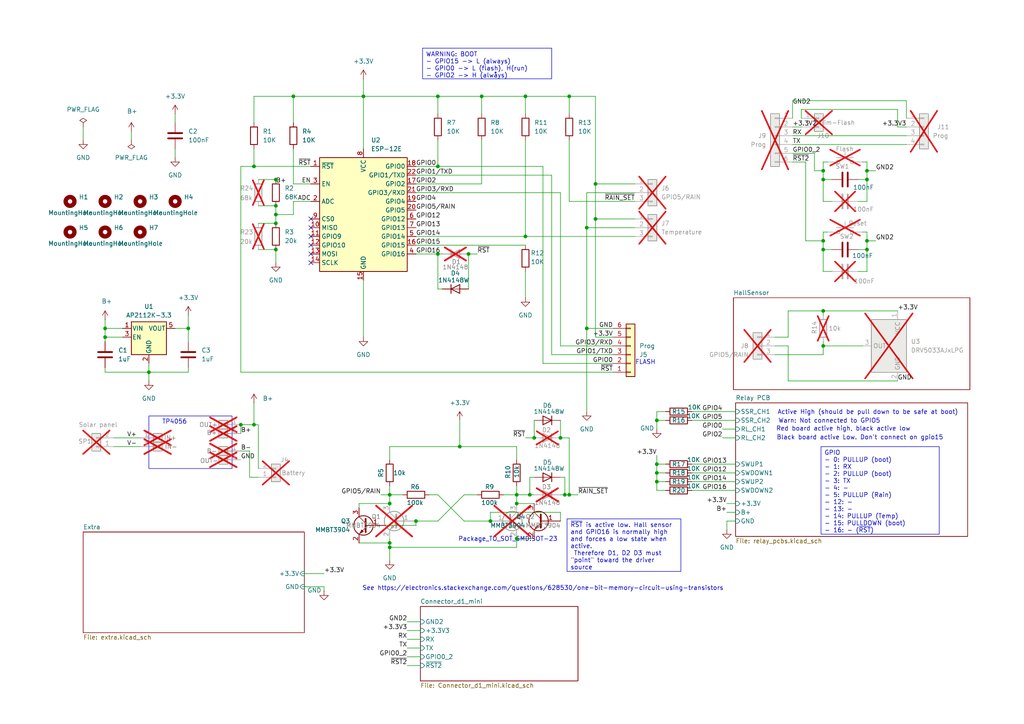
<source format=kicad_sch>
(kicad_sch (version 20231120) (generator "eeschema") (generator_version "8.0")
  (paper "A4")
  (junction (at 30.48 97.79))
  (junction (at 149.86 156.21))
  (junction (at 190.5 137.16))
  (junction (at 238.76 90.17))
  (junction (at 73.66 48.26))
  (junction (at 113.03 143.51))
  (junction (at 170.18 95.25))
  (junction (at 80.01 52.07))
  (junction (at 113.03 158.75))
  (junction (at 238.76 49.53))
  (junction (at 152.4 68.58))
  (junction (at 190.5 121.92))
  (junction (at 170.18 66.04))
  (junction (at 251.46 52.07))
  (junction (at 80.01 59.69))
  (junction (at 238.76 100.33))
  (junction (at 238.76 69.85))
  (junction (at 80.01 62.23))
  (junction (at 154.94 127))
  (junction (at 172.72 53.34))
  (junction (at 165.1 27.94))
  (junction (at 85.09 27.94))
  (junction (at 127 27.94))
  (junction (at 30.48 95.25))
  (junction (at 149.86 146.05))
  (junction (at 153.67 143.51))
  (junction (at 172.72 63.5))
  (junction (at 113.03 157.48))
  (junction (at 139.7 27.94))
  (junction (at 190.5 134.62))
  (junction (at 73.66 123.19))
  (junction (at 127 48.26))
  (junction (at 163.83 143.51))
  (junction (at 105.41 27.94))
  (junction (at 238.76 72.39))
  (junction (at 135.89 73.66))
  (junction (at 162.56 127))
  (junction (at 149.86 143.51))
  (junction (at 80.01 64.77))
  (junction (at 127 73.66))
  (junction (at 69.85 123.19))
  (junction (at 251.46 49.53))
  (junction (at 113.03 146.05))
  (junction (at 54.61 95.25))
  (junction (at 251.46 72.39))
  (junction (at 120.65 151.13))
  (junction (at 80.01 72.39))
  (junction (at 43.18 107.95))
  (junction (at 238.76 52.07))
  (junction (at 133.35 129.54))
  (junction (at 190.5 139.7))
  (junction (at 165.1 143.51))
  (junction (at 251.46 69.85))
  (junction (at 142.24 151.13))
  (junction (at 152.4 27.94))
  (no_connect (at 90.17 71.12))
  (no_connect (at 90.17 68.58))
  (no_connect (at 90.17 66.04))
  (no_connect (at 90.17 63.5))
  (no_connect (at 90.17 73.66))
  (no_connect (at 90.17 76.2))
  (wire (pts (xy 104.14 147.32) (xy 104.14 146.05)))
  (wire (pts (xy 43.18 107.95) (xy 43.18 105.41)))
  (wire (pts (xy 260.35 31.75) (xy 232.41 31.75)))
  (wire (pts (xy 152.4 27.94) (xy 152.4 33.02)))
  (wire (pts (xy 50.8 43.18) (xy 50.8 45.72)))
  (wire (pts (xy 251.46 69.85) (xy 254 69.85)))
  (wire (pts (xy 248.92 72.39) (xy 251.46 72.39)))
  (wire (pts (xy 80.01 72.39) (xy 80.01 76.2)))
  (wire (pts (xy 170.18 95.25) (xy 170.18 119.38)))
  (wire (pts (xy 228.6 97.79) (xy 228.6 90.17)))
  (wire (pts (xy 73.66 116.84) (xy 73.66 123.19)))
  (wire (pts (xy 165.1 58.42) (xy 184.15 58.42)))
  (wire (pts (xy 127 27.94) (xy 105.41 27.94)))
  (wire (pts (xy 120.65 73.66) (xy 127 73.66)))
  (wire (pts (xy 200.66 121.92) (xy 213.36 121.92)))
  (wire (pts (xy 87.63 170.18) (xy 93.98 170.18)))
  (wire (pts (xy 73.66 27.94) (xy 85.09 27.94)))
  (wire (pts (xy 153.67 143.51) (xy 154.94 143.51)))
  (wire (pts (xy 105.41 22.86) (xy 105.41 27.94)))
  (wire (pts (xy 241.3 52.07) (xy 238.76 52.07)))
  (wire (pts (xy 232.41 31.75) (xy 232.41 34.29)))
  (wire (pts (xy 190.5 134.62) (xy 190.5 137.16)))
  (wire (pts (xy 233.68 46.99) (xy 233.68 69.85)))
  (wire (pts (xy 35.56 95.25) (xy 30.48 95.25)))
  (wire (pts (xy 210.82 148.59) (xy 213.36 148.59)))
  (wire (pts (xy 120.65 68.58) (xy 152.4 68.58)))
  (wire (pts (xy 238.76 91.44) (xy 238.76 90.17)))
  (wire (pts (xy 146.05 143.51) (xy 149.86 143.51)))
  (wire (pts (xy 238.76 67.31) (xy 240.03 67.31)))
  (wire (pts (xy 149.86 140.97) (xy 149.86 143.51)))
  (wire (pts (xy 172.72 63.5) (xy 184.15 63.5)))
  (wire (pts (xy 104.14 157.48) (xy 113.03 157.48)))
  (wire (pts (xy 224.79 102.87) (xy 238.76 102.87)))
  (wire (pts (xy 120.65 71.12) (xy 152.4 71.12)))
  (wire (pts (xy 238.76 90.17) (xy 260.35 90.17)))
  (wire (pts (xy 116.84 143.51) (xy 113.03 143.51)))
  (wire (pts (xy 177.8 95.25) (xy 170.18 95.25)))
  (wire (pts (xy 33.02 127) (xy 40.64 127)))
  (wire (pts (xy 127 83.82) (xy 127 73.66)))
  (wire (pts (xy 127 40.64) (xy 127 48.26)))
  (wire (pts (xy 172.72 27.94) (xy 172.72 53.34)))
  (wire (pts (xy 30.48 99.06) (xy 30.48 97.79)))
  (wire (pts (xy 157.48 105.41) (xy 177.8 105.41)))
  (wire (pts (xy 85.09 27.94) (xy 105.41 27.94)))
  (wire (pts (xy 229.87 46.99) (xy 233.68 46.99)))
  (wire (pts (xy 200.66 134.62) (xy 213.36 134.62)))
  (wire (pts (xy 241.3 58.42) (xy 238.76 58.42)))
  (wire (pts (xy 90.17 58.42) (xy 85.09 58.42)))
  (wire (pts (xy 69.85 130.81) (xy 72.39 130.81)))
  (wire (pts (xy 162.56 143.51) (xy 163.83 143.51)))
  (wire (pts (xy 69.85 48.26) (xy 73.66 48.26)))
  (wire (pts (xy 85.09 27.94) (xy 85.09 35.56)))
  (wire (pts (xy 54.61 91.44) (xy 54.61 95.25)))
  (wire (pts (xy 190.5 139.7) (xy 193.04 139.7)))
  (wire (pts (xy 69.85 123.19) (xy 73.66 123.19)))
  (wire (pts (xy 184.15 66.04) (xy 170.18 66.04)))
  (wire (pts (xy 228.6 100.33) (xy 228.6 110.49)))
  (wire (pts (xy 120.65 152.4) (xy 120.65 151.13)))
  (wire (pts (xy 236.22 49.53) (xy 238.76 49.53)))
  (wire (pts (xy 165.1 143.51) (xy 167.64 143.51)))
  (wire (pts (xy 54.61 99.06) (xy 54.61 95.25)))
  (wire (pts (xy 85.09 58.42) (xy 85.09 62.23)))
  (wire (pts (xy 134.62 143.51) (xy 138.43 143.51)))
  (wire (pts (xy 210.82 153.67) (xy 210.82 151.13)))
  (wire (pts (xy 238.76 58.42) (xy 238.76 52.07)))
  (wire (pts (xy 80.01 62.23) (xy 80.01 64.77)))
  (wire (pts (xy 30.48 97.79) (xy 30.48 95.25)))
  (wire (pts (xy 90.17 53.34) (xy 85.09 53.34)))
  (wire (pts (xy 184.15 55.88) (xy 170.18 55.88)))
  (wire (pts (xy 43.18 110.49) (xy 43.18 107.95)))
  (wire (pts (xy 190.5 142.24) (xy 193.04 142.24)))
  (wire (pts (xy 162.56 148.59) (xy 142.24 148.59)))
  (wire (pts (xy 190.5 132.08) (xy 190.5 134.62)))
  (wire (pts (xy 241.3 78.74) (xy 238.76 78.74)))
  (wire (pts (xy 160.02 102.87) (xy 177.8 102.87)))
  (wire (pts (xy 152.4 68.58) (xy 184.15 68.58)))
  (wire (pts (xy 118.11 180.34) (xy 121.92 180.34)))
  (wire (pts (xy 80.01 59.69) (xy 80.01 62.23)))
  (wire (pts (xy 238.76 99.06) (xy 238.76 100.33)))
  (wire (pts (xy 105.41 81.28) (xy 105.41 97.79)))
  (wire (pts (xy 190.5 121.92) (xy 190.5 119.38)))
  (wire (pts (xy 120.65 55.88) (xy 162.56 55.88)))
  (wire (pts (xy 162.56 151.13) (xy 162.56 148.59)))
  (wire (pts (xy 251.46 58.42) (xy 251.46 52.07)))
  (wire (pts (xy 165.1 27.94) (xy 172.72 27.94)))
  (wire (pts (xy 72.39 138.43) (xy 74.93 138.43)))
  (wire (pts (xy 118.11 182.88) (xy 121.92 182.88)))
  (wire (pts (xy 128.27 83.82) (xy 127 83.82)))
  (wire (pts (xy 33.02 129.54) (xy 40.64 129.54)))
  (wire (pts (xy 233.68 69.85) (xy 238.76 69.85)))
  (wire (pts (xy 50.8 33.02) (xy 50.8 35.56)))
  (wire (pts (xy 118.11 187.96) (xy 121.92 187.96)))
  (wire (pts (xy 162.56 55.88) (xy 162.56 100.33)))
  (wire (pts (xy 69.85 48.26) (xy 69.85 107.95)))
  (wire (pts (xy 210.82 146.05) (xy 213.36 146.05)))
  (wire (pts (xy 163.83 143.51) (xy 165.1 143.51)))
  (wire (pts (xy 238.76 49.53) (xy 238.76 52.07)))
  (wire (pts (xy 154.94 138.43) (xy 153.67 138.43)))
  (wire (pts (xy 120.65 50.8) (xy 160.02 50.8)))
  (wire (pts (xy 238.76 100.33) (xy 250.19 100.33)))
  (wire (pts (xy 74.93 72.39) (xy 80.01 72.39)))
  (wire (pts (xy 170.18 66.04) (xy 170.18 95.25)))
  (wire (pts (xy 165.1 127) (xy 165.1 143.51)))
  (wire (pts (xy 113.03 133.35) (xy 113.03 129.54)))
  (wire (pts (xy 251.46 49.53) (xy 251.46 46.99)))
  (wire (pts (xy 139.7 27.94) (xy 139.7 33.02)))
  (wire (pts (xy 238.76 100.33) (xy 238.76 102.87)))
  (wire (pts (xy 149.86 158.75) (xy 113.03 158.75)))
  (wire (pts (xy 149.86 146.05) (xy 154.94 146.05)))
  (wire (pts (xy 127 27.94) (xy 127 33.02)))
  (wire (pts (xy 200.66 142.24) (xy 213.36 142.24)))
  (wire (pts (xy 73.66 48.26) (xy 73.66 43.18)))
  (wire (pts (xy 154.94 156.21) (xy 149.86 156.21)))
  (wire (pts (xy 105.41 27.94) (xy 105.41 43.18)))
  (wire (pts (xy 241.3 72.39) (xy 238.76 72.39)))
  (wire (pts (xy 162.56 121.92) (xy 162.56 127)))
  (wire (pts (xy 229.87 41.91) (xy 262.89 41.91)))
  (wire (pts (xy 149.86 129.54) (xy 149.86 133.35)))
  (wire (pts (xy 152.4 127) (xy 154.94 127)))
  (wire (pts (xy 170.18 66.04) (xy 170.18 55.88)))
  (wire (pts (xy 113.03 143.51) (xy 113.03 146.05)))
  (wire (pts (xy 118.11 193.04) (xy 121.92 193.04)))
  (wire (pts (xy 135.89 73.66) (xy 135.89 83.82)))
  (wire (pts (xy 172.72 53.34) (xy 184.15 53.34)))
  (wire (pts (xy 172.72 97.79) (xy 177.8 97.79)))
  (wire (pts (xy 80.01 52.07) (xy 80.01 53.34)))
  (wire (pts (xy 238.76 69.85) (xy 238.76 72.39)))
  (wire (pts (xy 190.5 119.38) (xy 193.04 119.38)))
  (wire (pts (xy 133.35 129.54) (xy 149.86 129.54)))
  (wire (pts (xy 209.55 124.46) (xy 213.36 124.46)))
  (wire (pts (xy 200.66 119.38) (xy 213.36 119.38)))
  (wire (pts (xy 110.49 143.51) (xy 113.03 143.51)))
  (wire (pts (xy 260.35 36.83) (xy 260.35 31.75)))
  (wire (pts (xy 190.5 121.92) (xy 193.04 121.92)))
  (wire (pts (xy 74.93 135.89) (xy 74.93 123.19)))
  (wire (pts (xy 113.03 158.75) (xy 113.03 162.56)))
  (wire (pts (xy 190.5 137.16) (xy 193.04 137.16)))
  (wire (pts (xy 134.62 151.13) (xy 142.24 151.13)))
  (wire (pts (xy 251.46 49.53) (xy 254 49.53)))
  (wire (pts (xy 228.6 90.17) (xy 238.76 90.17)))
  (wire (pts (xy 124.46 143.51) (xy 127 143.51)))
  (wire (pts (xy 224.79 100.33) (xy 228.6 100.33)))
  (wire (pts (xy 229.87 39.37) (xy 262.89 39.37)))
  (wire (pts (xy 38.1 38.1) (xy 38.1 40.64)))
  (wire (pts (xy 133.35 121.92) (xy 133.35 129.54)))
  (wire (pts (xy 248.92 52.07) (xy 251.46 52.07)))
  (wire (pts (xy 30.48 106.68) (xy 30.48 107.95)))
  (wire (pts (xy 152.4 40.64) (xy 152.4 68.58)))
  (wire (pts (xy 190.5 124.46) (xy 190.5 121.92)))
  (wire (pts (xy 251.46 78.74) (xy 251.46 72.39)))
  (wire (pts (xy 127 48.26) (xy 157.48 48.26)))
  (wire (pts (xy 127 151.13) (xy 134.62 143.51)))
  (wire (pts (xy 118.11 185.42) (xy 121.92 185.42)))
  (wire (pts (xy 30.48 97.79) (xy 35.56 97.79)))
  (wire (pts (xy 113.03 157.48) (xy 113.03 158.75)))
  (wire (pts (xy 87.63 166.37) (xy 93.98 166.37)))
  (wire (pts (xy 149.86 143.51) (xy 153.67 143.51)))
  (wire (pts (xy 210.82 151.13) (xy 213.36 151.13)))
  (wire (pts (xy 73.66 27.94) (xy 73.66 35.56)))
  (wire (pts (xy 238.76 78.74) (xy 238.76 72.39)))
  (wire (pts (xy 135.89 73.66) (xy 138.43 73.66)))
  (wire (pts (xy 248.92 78.74) (xy 251.46 78.74)))
  (wire (pts (xy 69.85 107.95) (xy 177.8 107.95)))
  (wire (pts (xy 224.79 97.79) (xy 228.6 97.79)))
  (wire (pts (xy 118.11 190.5) (xy 121.92 190.5)))
  (wire (pts (xy 251.46 69.85) (xy 251.46 67.31)))
  (wire (pts (xy 93.98 170.18) (xy 93.98 171.45)))
  (wire (pts (xy 172.72 53.34) (xy 172.72 63.5)))
  (wire (pts (xy 165.1 33.02) (xy 165.1 27.94)))
  (wire (pts (xy 228.6 110.49) (xy 260.35 110.49)))
  (wire (pts (xy 238.76 67.31) (xy 238.76 69.85)))
  (wire (pts (xy 127 143.51) (xy 134.62 151.13)))
  (wire (pts (xy 160.02 50.8) (xy 160.02 102.87)))
  (wire (pts (xy 251.46 46.99) (xy 250.19 46.99)))
  (wire (pts (xy 127 27.94) (xy 139.7 27.94)))
  (wire (pts (xy 139.7 53.34) (xy 139.7 40.64)))
  (wire (pts (xy 113.03 140.97) (xy 113.03 143.51)))
  (wire (pts (xy 30.48 107.95) (xy 43.18 107.95)))
  (wire (pts (xy 260.35 36.83) (xy 262.89 36.83)))
  (wire (pts (xy 229.87 29.21) (xy 262.89 29.21)))
  (wire (pts (xy 127 73.66) (xy 128.27 73.66)))
  (wire (pts (xy 157.48 105.41) (xy 157.48 48.26)))
  (wire (pts (xy 152.4 78.74) (xy 152.4 86.36)))
  (wire (pts (xy 190.5 137.16) (xy 190.5 139.7)))
  (wire (pts (xy 251.46 52.07) (xy 251.46 49.53)))
  (wire (pts (xy 74.93 64.77) (xy 80.01 64.77)))
  (wire (pts (xy 72.39 130.81) (xy 72.39 138.43)))
  (wire (pts (xy 152.4 27.94) (xy 165.1 27.94)))
  (wire (pts (xy 165.1 40.64) (xy 165.1 58.42)))
  (wire (pts (xy 153.67 138.43) (xy 153.67 143.51)))
  (wire (pts (xy 30.48 95.25) (xy 30.48 92.71)))
  (wire (pts (xy 200.66 137.16) (xy 213.36 137.16)))
  (wire (pts (xy 209.55 127) (xy 213.36 127)))
  (wire (pts (xy 113.03 129.54) (xy 133.35 129.54)))
  (wire (pts (xy 162.56 127) (xy 165.1 127)))
  (wire (pts (xy 111.76 152.4) (xy 120.65 152.4)))
  (wire (pts (xy 162.56 138.43) (xy 163.83 138.43)))
  (wire (pts (xy 162.56 100.33) (xy 177.8 100.33)))
  (wire (pts (xy 238.76 46.99) (xy 238.76 49.53)))
  (wire (pts (xy 120.65 53.34) (xy 139.7 53.34)))
  (wire (pts (xy 113.03 156.21) (xy 113.03 157.48)))
  (wire (pts (xy 229.87 44.45) (xy 236.22 44.45)))
  (wire (pts (xy 190.5 134.62) (xy 193.04 134.62)))
  (wire (pts (xy 248.92 58.42) (xy 251.46 58.42)))
  (wire (pts (xy 73.66 48.26) (xy 90.17 48.26)))
  (wire (pts (xy 163.83 138.43) (xy 163.83 143.51)))
  (wire (pts (xy 43.18 107.95) (xy 54.61 107.95)))
  (wire (pts (xy 54.61 106.68) (xy 54.61 107.95)))
  (wire (pts (xy 104.14 146.05) (xy 113.03 146.05)))
  (wire (pts (xy 250.19 67.31) (xy 251.46 67.31)))
  (wire (pts (xy 120.65 48.26) (xy 127 48.26)))
  (wire (pts (xy 74.93 52.07) (xy 80.01 52.07)))
  (wire (pts (xy 172.72 63.5) (xy 172.72 97.79)))
  (wire (pts (xy 238.76 46.99) (xy 240.03 46.99)))
  (wire (pts (xy 200.66 139.7) (xy 213.36 139.7)))
  (wire (pts (xy 262.89 29.21) (xy 262.89 34.29)))
  (wire (pts (xy 74.93 59.69) (xy 80.01 59.69)))
  (wire (pts (xy 24.13 36.83) (xy 24.13 40.64)))
  (wire (pts (xy 139.7 27.94) (xy 152.4 27.94)))
  (wire (pts (xy 85.09 62.23) (xy 80.01 62.23)))
  (wire (pts (xy 120.65 151.13) (xy 127 151.13)))
  (wire (pts (xy 154.94 121.92) (xy 154.94 127)))
  (wire (pts (xy 142.24 148.59) (xy 142.24 151.13)))
  (wire (pts (xy 50.8 95.25) (xy 54.61 95.25)))
  (wire (pts (xy 229.87 29.21) (xy 229.87 34.29)))
  (wire (pts (xy 229.87 36.83) (xy 232.41 36.83)))
  (wire (pts (xy 69.85 123.19) (xy 69.85 125.73)))
  (wire (pts (xy 149.86 143.51) (xy 149.86 146.05)))
  (wire (pts (xy 251.46 72.39) (xy 251.46 69.85)))
  (wire (pts (xy 236.22 44.45) (xy 236.22 49.53)))
  (wire (pts (xy 149.86 156.21) (xy 149.86 158.75)))
  (wire (pts (xy 74.93 123.19) (xy 73.66 123.19)))
  (wire (pts (xy 190.5 139.7) (xy 190.5 142.24)))
  (wire (pts (xy 85.09 53.34) (xy 85.09 43.18)))
  (rectangle (start 43.18 120.65) (end 67.31 135.89))
  (text_box "WARNING: BOOT\n- GPIO15 -> L (always)\n- GPIO0 -> L (flash), H(run)\n- GPIO2 -> H (alwåys)" (at 122.555 13.97 0) (size 37.465 8.89) (effects (font (size 1.27 1.27)) (justify left top)))
  (text_box "GPIO\n- 0: PULLUP (boot)\n- 1: RX\n- 2: PULLUP (boot)\n- 3: TX\n- 4: -\n- 5: PULLUP (Rain)\n- 12: -\n- 13: -\n- 14: PULLUP (Temp)\n- 15: PULLDOWN (boot)\n- 16: - (~{RST})" (at 238.125 129.54 0) (size 34.29 25.4) (effects (font (size 1.27 1.27)) (justify left top)))
  (text_box "~{RST} is active low. Hall sensor and GPIO16 is normally high and forces a low state when active.\n Therefore D1, D2 D3 must \"point\" toward the driver source" (at 164.465 150.495 0) (size 33.02 15.24) (effects (font (size 1.27 1.27)) (justify left top)))
  (text "Active High (should be pull down to be safe at boot)" (at 251.714 119.634 0) (effects (font (size 1.27 1.27))))
  (text "Package_TO_SOT_SMD:SOT-23" (at 147.32 156.464 0) (effects (font (size 1.27 1.27))))
  (text "Red board active high, black active low" (at 244.602 124.46 0) (effects (font (size 1.27 1.27))))
  (text "Black board active Low. Don't connect on gpio15" (at 249.428 127 0) (effects (font (size 1.27 1.27))))
  (text "FLASH" (at 187.198 105.156 0) (effects (font (size 1.27 1.27))))
  (text "See https://electronics.stackexchange.com/questions/628530/one-bit-memory-circuit-using-transistors" (at 157.48 170.688 0) (effects (font (size 1.27 1.27))))
  (text "TP4056" (at 46.99 123.19 0) (effects (font (size 1.27 1.27)) (justify left bottom)))
  (text "Warn: Not connected to GPIO5" (at 240.538 122.174 0) (effects (font (size 1.27 1.27))))
  (label "GPIO13" (at 210.82 134.62 180))
  (label "+3.3V3" (at 118.11 182.88 180))
  (label "~{RAIN_SET}" (at 167.64 143.51 0))
  (label "TX" (at 229.87 41.91 0))
  (label "~{RAIN_SET}" (at 184.15 58.42 180))
  (label "~{RST}" (at 152.4 127 180))
  (label "GPIO3{slash}RXD" (at 120.65 55.88 0))
  (label "GPIO3{slash}RXD" (at 177.8 100.33 180))
  (label "TX" (at 118.11 187.96 180))
  (label "GPIO15" (at 120.65 71.12 0))
  (label "B+" (at 69.85 125.73 0))
  (label "+3.3V" (at 177.8 97.79 180))
  (label "GPIO5{slash}RAIN" (at 120.65 60.96 0))
  (label "ADC" (at 90.17 58.42 180))
  (label "+3.3V" (at 210.82 146.05 180))
  (label "GPIO0" (at 120.65 48.26 0))
  (label "GND2" (at 118.11 180.34 180))
  (label "GPIO14" (at 210.82 139.7 180))
  (label "GPIO0_2" (at 229.87 44.45 0))
  (label "GPIO4" (at 120.65 58.42 0))
  (label "GPIO13" (at 120.65 66.04 0))
  (label "V+" (at 36.83 127 0))
  (label "GPIO5{slash}RAIN" (at 110.49 143.51 180))
  (label "+3.3V" (at 260.35 90.17 0))
  (label "GND" (at 260.35 110.49 0))
  (label "GPIO2" (at 209.55 127 180))
  (label "~{RST}" (at 138.43 73.66 0))
  (label "GPIO12" (at 210.82 137.16 180))
  (label "B-" (at 69.85 130.81 0))
  (label "~{RST2}" (at 229.87 46.99 0))
  (label "GPIO1{slash}TXD" (at 177.8 102.87 180))
  (label "GPIO12" (at 120.65 63.5 0))
  (label "RX" (at 118.11 185.42 180))
  (label "GPIO16" (at 210.82 142.24 180))
  (label "GND" (at 69.85 133.35 0))
  (label "GPIO2" (at 120.65 53.34 0))
  (label "GND2" (at 254 49.53 0))
  (label "~{RST2}" (at 118.11 193.04 180))
  (label "GPIO4" (at 209.55 119.38 180))
  (label "+3.3V" (at 93.98 166.37 0))
  (label "RX" (at 229.87 39.37 0))
  (label "GPIO0" (at 209.55 124.46 180))
  (label "GPIO14" (at 120.65 68.58 0))
  (label "GND2" (at 254 69.85 0))
  (label "+3.3V3" (at 262.89 36.83 180))
  (label "GND2" (at 229.87 30.48 0))
  (label "+3.3V2" (at 229.87 36.83 0))
  (label "GPIO0_2" (at 118.11 190.5 180))
  (label "V-" (at 36.83 129.54 0))
  (label "~{RST}" (at 90.17 48.26 180))
  (label "GPIO1{slash}TXD" (at 120.65 50.8 0))
  (label "B+" (at 80.01 53.34 0))
  (label "GND" (at 177.8 95.25 180))
  (label "GPIO5" (at 209.55 121.92 180))
  (label "GPIO16" (at 120.65 73.66 0))
  (label "B+" (at 210.82 148.59 180))
  (label "~{RST}" (at 177.8 107.95 180))
  (label "GPIO0" (at 177.8 105.41 180))
  (label "+3.3V" (at 190.5 132.08 180))
  (label "EN" (at 90.17 53.34 180))
  (symbol (lib_name "GND_3") (lib_id "power:GND") (at 170.18 119.38 0) (unit 1)
    (property "Reference" "#PWR15" (effects (hide yes)))
    (property "Value" "GND" (at 170.18 124.46 0))
    (property "Description" "Power symbol creates a global label with name \"GND\" , ground" (effects (hide yes)))
  )
  (symbol (lib_id "Transistor_BJT:MMBT3904") (at 157.48 151.13 0) (mirror y) (unit 1)
    (property "Reference" "Q4" (at 152.4 149.8599 0) (effects (justify left)))
    (property "Value" "MMBT3904" (at 152.4 152.3999 0) (effects (justify left)))
    (property "Footprint" "Package_TO_SOT_SMD:SOT-23_Handsoldering" (effects (hide yes)))
    (property "Datasheet" "https://www.onsemi.com/pdf/datasheet/pzt3904-d.pdf" (effects (hide yes)))
    (property "Description" "0.2A Ic, 40V Vce, Small Signal NPN Transistor, SOT-23" (effects (hide yes)))
  )
  (symbol (lib_id "Device:R") (at 196.85 121.92 90) (unit 1)
    (property "Reference" "R16" (at 196.85 121.92 90))
    (property "Value" "10K" (at 201.168 120.65 90))
    (property "Footprint" "Resistor_SMD:R_1206_3216Metric_Pad1.30x1.75mm_HandSolder" (effects (hide yes)))
  )
  (symbol (lib_id "Diode:1N4148W") (at 132.08 83.82 0) (unit 1)
    (property "Reference" "D4" (at 132.08 79.248 0))
    (property "Value" "1N4148W" (at 131.572 81.28 0))
    (property "Footprint" "Diode_SMD:D_SOD-123" (effects (hide yes)))
    (property "Datasheet" "https://www.vishay.com/docs/85748/1n4148w.pdf" (effects (hide yes)))
    (property "Description" "75V 0.15A Fast Switching Diode, SOD-123" (effects (hide yes)))
    (property "Sim.Device" "D" (effects (hide yes)))
    (property "Sim.Pins" "1=K 2=A" (effects (hide yes)))
  )
  (symbol (lib_name "GND_2") (lib_id "power:GND") (at 105.41 97.79 0) (unit 1)
    (property "Reference" "#PWR11" (effects (hide yes)))
    (property "Value" "GND" (at 105.41 102.87 0))
    (property "Description" "Power symbol creates a global label with name \"GND\" , ground" (effects (hide yes)))
  )
  (symbol (lib_id "Connector_Generic:Conn_01x03") (at 189.23 66.04 0) (unit 1) (in_bom no) (dnp yes)
    (property "Reference" "J7" (at 191.77 64.77 0) (effects (justify left)))
    (property "Value" "Temperature" (at 191.77 67.31 0) (effects (justify left)))
    (property "Footprint" "Connector_PinSocket_2.54mm:PinSocket_1x03_P2.54mm_Vertical" (effects (hide yes)))
  )
  (symbol (lib_id "Diode:1N4148") (at 158.75 143.51 180) (unit 1) (dnp yes)
    (property "Reference" "D3" (at 158.496 141.224 0))
    (property "Value" "1N4148" (at 158.75 145.796 0))
    (property "Footprint" "Diode_THT:D_DO-35_SOD27_P7.62mm_Horizontal" (effects (hide yes)))
    (property "Datasheet" "https://assets.nexperia.com/documents/data-sheet/1N4148_1N4448.pdf" (effects (hide yes)))
    (property "Description" "100V 0.15A standard switching diode, DO-35" (effects (hide yes)))
    (property "Sim.Device" "D" (effects (hide yes)))
    (property "Sim.Pins" "1=K 2=A" (effects (hide yes)))
  )
  (symbol (lib_id "Diode:1N4148W") (at 158.75 121.92 180) (unit 1)
    (property "Reference" "D6" (at 158.75 117.602 0))
    (property "Value" "1N4148W" (at 159.258 119.38 0))
    (property "Footprint" "Diode_SMD:D_SOD-123" (effects (hide yes)))
    (property "Datasheet" "https://www.vishay.com/docs/85748/1n4148w.pdf" (effects (hide yes)))
    (property "Description" "75V 0.15A Fast Switching Diode, SOD-123" (effects (hide yes)))
    (property "Sim.Device" "D" (effects (hide yes)))
    (property "Sim.Pins" "1=K 2=A" (effects (hide yes)))
  )
  (symbol (lib_id "Connector_Generic:Conn_01x01") (at 64.77 133.35 180) (unit 1) (dnp yes)
    (property "Reference" "J74" (effects (hide yes)))
    (property "Value" "OUT-" (at 60.706 133.604 0))
    (property "Footprint" "Connector_PinSocket_2.54mm:PinSocket_1x01_P2.54mm_Vertical" (effects (hide yes)))
    (property "Description" "Generic connector, single row, 01x01, script generated (kicad-library-utils/schlib/autogen/connector/)" (effects (hide yes)))
  )
  (symbol (lib_name "GND_3") (lib_id "power:GND") (at 190.5 124.46 0) (unit 1)
    (property "Reference" "#PWR17" (effects (hide yes)))
    (property "Value" "GND" (at 187.706 124.206 0))
    (property "Description" "Power symbol creates a global label with name \"GND\" , ground" (effects (hide yes)))
  )
  (symbol (lib_id "Diode:1N4148W") (at 158.75 138.43 180) (unit 1)
    (property "Reference" "D5" (at 158.75 134.112 0))
    (property "Value" "1N4148W" (at 159.258 135.89 0))
    (property "Footprint" "Diode_SMD:D_SOD-123" (effects (hide yes)))
    (property "Datasheet" "https://www.vishay.com/docs/85748/1n4148w.pdf" (effects (hide yes)))
    (property "Description" "75V 0.15A Fast Switching Diode, SOD-123" (effects (hide yes)))
    (property "Sim.Device" "D" (effects (hide yes)))
    (property "Sim.Pins" "1=K 2=A" (effects (hide yes)))
  )
  (symbol (lib_name "GND_3") (lib_id "power:GND") (at 50.8 45.72 0) (unit 1)
    (property "Reference" "#PWR6" (effects (hide yes)))
    (property "Value" "GND" (at 50.8 50.8 0))
    (property "Description" "Power symbol creates a global label with name \"GND\" , ground" (effects (hide yes)))
  )
  (symbol (lib_name "+4V_1") (lib_id "power:+4V") (at 73.66 116.84 0) (unit 1)
    (property "Reference" "#PWR8" (effects (hide yes)))
    (property "Value" "B+" (at 76.2 115.5699 0) (effects (justify left)))
    (property "Description" "Power symbol creates a global label with name \"+4V\"" (effects (hide yes)))
  )
  (symbol (lib_id "Device:C") (at 245.11 78.74 270) (unit 1) (dnp yes)
    (property "Reference" "C9" (effects (hide yes)))
    (property "Value" "100nF" (at 247.65 81.534 90) (effects (justify left)))
    (property "Footprint" "Capacitor_THT:C_Disc_D9.0mm_W2.5mm_P5.00mm" (effects (hide yes)))
  )
  (symbol (lib_name "+4V_1") (lib_id "power:+4V") (at 30.48 92.71 0) (unit 1)
    (property "Reference" "#PWR2" (effects (hide yes)))
    (property "Value" "B+" (at 29.464 87.376 0) (effects (justify left)))
    (property "Description" "Power symbol creates a global label with name \"+4V\"" (effects (hide yes)))
  )
  (symbol (lib_name "+4V_1") (lib_id "power:+4V") (at 38.1 38.1 0) (unit 1)
    (property "Reference" "#PWR3" (effects (hide yes)))
    (property "Value" "B+" (at 36.83 32.258 0) (effects (justify left)))
    (property "Description" "Power symbol creates a global label with name \"+4V\"" (effects (hide yes)))
  )
  (symbol (lib_name "GND_3") (lib_id "power:GND") (at 210.82 153.67 0) (unit 1)
    (property "Reference" "#PWR16" (effects (hide yes)))
    (property "Value" "GND" (at 210.82 158.75 0))
    (property "Description" "Power symbol creates a global label with name \"GND\" , ground" (effects (hide yes)))
  )
  (symbol (lib_id "Device:C") (at 245.11 58.42 270) (unit 1) (dnp yes)
    (property "Reference" "C8" (effects (hide yes)))
    (property "Value" "100nF" (at 247.396 60.706 90) (effects (justify left)))
    (property "Footprint" "Capacitor_THT:C_Disc_D9.0mm_W2.5mm_P5.00mm" (effects (hide yes)))
  )
  (symbol (lib_id "Device:R") (at 120.65 143.51 90) (unit 1)
    (property "Reference" "R6" (at 120.396 141.224 90))
    (property "Value" "100k" (at 120.396 145.796 90))
    (property "Footprint" "Resistor_SMD:R_1206_3216Metric_Pad1.30x1.75mm_HandSolder" (effects (hide yes)))
    (property "Description" "Resistor" (effects (hide yes)))
  )
  (symbol (lib_name "PWR_FLAG_1") (lib_id "power:PWR_FLAG") (at 24.13 36.83 0) (unit 1)
    (property "Reference" "#FLG1" (effects (hide yes)))
    (property "Value" "PWR_FLAG" (at 24.13 31.75 0))
    (property "Description" "Special symbol for telling ERC where power comes from" (effects (hide yes)))
  )
  (symbol (lib_id "Connector_Generic:Conn_01x01") (at 64.77 130.81 180) (unit 1) (dnp yes)
    (property "Reference" "J3" (effects (hide yes)))
    (property "Value" "B-" (at 61.468 130.81 0))
    (property "Footprint" "Connector_PinSocket_2.54mm:PinSocket_1x01_P2.54mm_Vertical" (effects (hide yes)))
    (property "Description" "Generic connector, single row, 01x01, script generated (kicad-library-utils/schlib/autogen/connector/)" (effects (hide yes)))
  )
  (symbol (lib_id "Device:R") (at 152.4 36.83 0) (unit 1) (on_board no)
    (property "Reference" "R11" (at 154.94 35.5599 0) (effects (justify left)))
    (property "Value" "10K" (at 154.94 38.0999 0) (effects (justify left)))
    (property "Footprint" "Resistor_THT:R_Axial_DIN0204_L3.6mm_D1.6mm_P7.62mm_Horizontal" (effects (hide yes)))
  )
  (symbol (lib_id "Mechanical:MountingHole") (at 40.64 67.31 0) (unit 1) (exclude_from_sim yes) (in_bom no)
    (property "Reference" "H7" (at 43.18 66.0399 0) (effects (justify left)))
    (property "Value" "MountingHole" (at 34.29 70.612 0) (effects (justify left)))
    (property "Footprint" "MountingHole:MountingHole_2.2mm_M2" (effects (hide yes)))
    (property "Description" "Mounting Hole without connection" (effects (hide yes)))
  )
  (symbol (lib_id "Mechanical:MountingHole") (at 30.48 58.42 0) (unit 1) (exclude_from_sim yes) (in_bom no)
    (property "Reference" "H2" (at 33.02 57.1499 0) (effects (justify left)))
    (property "Value" "MountingHole" (at 24.13 61.722 0) (effects (justify left)))
    (property "Footprint" "MountingHole:MountingHole_2.2mm_M2" (effects (hide yes)))
    (property "Description" "Mounting Hole without connection" (effects (hide yes)))
  )
  (symbol (lib_id "Connector_Generic:Conn_01x01") (at 64.77 123.19 180) (unit 1) (dnp yes)
    (property "Reference" "J75" (effects (hide yes)))
    (property "Value" "OUT+" (at 60.452 123.19 0))
    (property "Footprint" "Connector_PinSocket_2.54mm:PinSocket_1x01_P2.54mm_Vertical" (effects (hide yes)))
    (property "Description" "Generic connector, single row, 01x01, script generated (kicad-library-utils/schlib/autogen/connector/)" (effects (hide yes)))
  )
  (symbol (lib_id "Device:R") (at 73.66 39.37 0) (unit 1)
    (property "Reference" "R1" (at 76.2 38.0999 0) (effects (justify left)))
    (property "Value" "10K" (at 76.2 40.6399 0) (effects (justify left)))
    (property "Footprint" "Resistor_SMD:R_1206_3216Metric_Pad1.30x1.75mm_HandSolder" (effects (hide yes)))
  )
  (symbol (lib_id "Device:R") (at 238.76 95.25 0) (unit 1) (on_board no) (dnp yes)
    (property "Reference" "R14" (at 236.22 94.996 90))
    (property "Value" "10k" (at 240.284 95.25 0) (effects (justify left)))
    (property "Description" "Resistor" (effects (hide yes)))
  )
  (symbol (lib_id "Transistor_BJT:MMBT3904") (at 106.68 152.4 0) (mirror y) (unit 1)
    (property "Reference" "Q3" (at 101.6 151.1299 0) (effects (justify left)))
    (property "Value" "MMBT3904" (at 101.6 153.6699 0) (effects (justify left)))
    (property "Footprint" "Package_TO_SOT_SMD:SOT-23_Handsoldering" (effects (hide yes)))
    (property "Datasheet" "https://www.onsemi.com/pdf/datasheet/pzt3904-d.pdf" (effects (hide yes)))
    (property "Description" "0.2A Ic, 40V Vce, Small Signal NPN Transistor, SOT-23" (effects (hide yes)))
  )
  (symbol (lib_id "Mechanical:MountingHole") (at 20.32 67.31 0) (unit 1) (exclude_from_sim yes) (in_bom no)
    (property "Reference" "H5" (at 22.86 66.0399 0) (effects (justify left)))
    (property "Value" "MountingHole" (at 13.97 70.612 0) (effects (justify left)))
    (property "Footprint" "MountingHole:MountingHole_2.2mm_M2" (effects (hide yes)))
    (property "Description" "Mounting Hole without connection" (effects (hide yes)))
  )
  (symbol (lib_id "Device:R") (at 74.93 55.88 0) (unit 1) (dnp yes)
    (property "Reference" "R24" (at 69.596 54.61 0) (effects (justify left)))
    (property "Value" "68k" (at 69.596 57.404 0) (effects (justify left)))
    (property "Footprint" "Resistor_THT:R_Axial_DIN0204_L3.6mm_D1.6mm_P7.62mm_Horizontal" (effects (hide yes)))
  )
  (symbol (lib_id "Switch:SW_Push") (at 245.11 67.31 0) (unit 1) (dnp yes)
    (property "Reference" "SW2" (at 247.65 68.58 0) (effects (justify right)))
    (property "Value" "Reset" (at 251.46 64.77 0) (effects (justify right)))
    (property "Footprint" "Button_Switch_THT:SW_PUSH_6mm_H4.3mm" (effects (hide yes)))
  )
  (symbol (lib_id "Connector_Generic:Conn_01x01") (at 45.72 127 0) (unit 1) (in_bom no) (dnp yes)
    (property "Reference" "SP2" (effects (hide yes)))
    (property "Value" "IN+" (at 47.498 127 0) (effects (justify left)))
    (property "Footprint" "Connector_PinSocket_2.54mm:PinSocket_1x01_P2.54mm_Vertical" (effects (hide yes)))
  )
  (symbol (lib_name "GND_3") (lib_id "power:GND") (at 24.13 40.64 0) (unit 1)
    (property "Reference" "#PWR1" (effects (hide yes)))
    (property "Value" "GND" (at 24.13 45.72 0))
    (property "Description" "Power symbol creates a global label with name \"GND\" , ground" (effects (hide yes)))
  )
  (symbol (lib_name "PWR_FLAG_1") (lib_id "power:PWR_FLAG") (at 38.1 40.64 180) (unit 1)
    (property "Reference" "#FLG2" (effects (hide yes)))
    (property "Value" "PWR_FLAG" (at 38.1 45.72 0))
    (property "Description" "Special symbol for telling ERC where power comes from" (effects (hide yes)))
  )
  (symbol (lib_id "Device:R") (at 196.85 119.38 90) (unit 1)
    (property "Reference" "R15" (at 196.85 119.38 90))
    (property "Value" "10K" (at 201.422 118.11 90))
    (property "Footprint" "Resistor_SMD:R_1206_3216Metric_Pad1.30x1.75mm_HandSolder" (effects (hide yes)))
  )
  (symbol (lib_id "Mechanical:MountingHole") (at 30.48 67.31 0) (unit 1) (exclude_from_sim yes) (in_bom no)
    (property "Reference" "H6" (at 33.02 66.0399 0) (effects (justify left)))
    (property "Value" "MountingHole" (at 24.13 70.612 0) (effects (justify left)))
    (property "Footprint" "MountingHole:MountingHole_2.2mm_M2" (effects (hide yes)))
    (property "Description" "Mounting Hole without connection" (effects (hide yes)))
  )
  (symbol (lib_id "Transistor_BJT:MMBT3904") (at 147.32 151.13 0) (unit 1) (dnp yes)
    (property "Reference" "Q2" (at 152.4 149.8599 0) (effects (justify left)))
    (property "Value" "MMBT3904" (at 152.4 152.3999 0) (effects (justify left)))
    (property "Footprint" "Package_TO_SOT_THT:TO-92" (effects (hide yes)))
    (property "Datasheet" "https://www.onsemi.com/pdf/datasheet/pzt3904-d.pdf" (effects (hide yes)))
    (property "Description" "0.2A Ic, 40V Vce, Small Signal NPN Transistor, SOT-23" (effects (hide yes)))
  )
  (symbol (lib_name "+3.3V_1") (lib_id "power:+3.3V") (at 133.35 121.92 0) (unit 1)
    (property "Reference" "#PWR13" (effects (hide yes)))
    (property "Value" "+3.3V" (at 133.35 116.84 0))
    (property "Description" "Power symbol creates a global label with name \"+3.3V\"" (effects (hide yes)))
  )
  (symbol (lib_id "Device:R") (at 165.1 36.83 0) (unit 1)
    (property "Reference" "R13" (at 167.64 35.5599 0) (effects (justify left)))
    (property "Value" "10K" (at 167.64 38.0999 0) (effects (justify left)))
    (property "Footprint" "Resistor_SMD:R_1206_3216Metric_Pad1.30x1.75mm_HandSolder" (effects (hide yes)))
  )
  (symbol (lib_id "Device:R") (at 113.03 137.16 0) (unit 1)
    (property "Reference" "R5" (at 110.49 137.16 90))
    (property "Value" "10k" (at 114.046 137.16 0) (effects (justify left)))
    (property "Footprint" "Resistor_SMD:R_1206_3216Metric_Pad1.30x1.75mm_HandSolder" (effects (hide yes)))
    (property "Description" "Resistor" (effects (hide yes)))
  )
  (symbol (lib_id "Diode:1N4148") (at 158.75 127 180) (unit 1) (dnp yes)
    (property "Reference" "D2" (at 158.496 124.714 0))
    (property "Value" "1N4148" (at 158.75 129.286 0))
    (property "Footprint" "Diode_THT:D_DO-35_SOD27_P7.62mm_Horizontal" (effects (hide yes)))
    (property "Datasheet" "https://assets.nexperia.com/documents/data-sheet/1N4148_1N4448.pdf" (effects (hide yes)))
    (property "Description" "100V 0.15A standard switching diode, DO-35" (effects (hide yes)))
    (property "Sim.Device" "D" (effects (hide yes)))
    (property "Sim.Pins" "1=K 2=A" (effects (hide yes)))
  )
  (symbol (lib_id "Connector_Generic:Conn_01x01") (at 64.77 125.73 180) (unit 1) (dnp yes)
    (property "Reference" "J2" (effects (hide yes)))
    (property "Value" "B+" (at 61.468 125.476 0))
    (property "Footprint" "Connector_PinSocket_2.54mm:PinSocket_1x01_P2.54mm_Vertical" (effects (hide yes)))
    (property "Description" "Generic connector, single row, 01x01, script generated (kicad-library-utils/schlib/autogen/connector/)" (effects (hide yes)))
  )
  (symbol (lib_id "Mechanical:MountingHole") (at 40.64 58.42 0) (unit 1) (exclude_from_sim yes) (in_bom no)
    (property "Reference" "H3" (at 43.18 57.1499 0) (effects (justify left)))
    (property "Value" "MountingHole" (at 34.29 61.722 0) (effects (justify left)))
    (property "Footprint" "MountingHole:MountingHole_2.2mm_M2" (effects (hide yes)))
    (property "Description" "Mounting Hole without connection" (effects (hide yes)))
  )
  (symbol (lib_id "RF_Module:ESP-12E") (at 105.41 63.5 0) (unit 1) (in_bom no)
    (property "Reference" "U2" (at 107.6041 40.64 0) (effects (justify left)))
    (property "Value" "ESP-12E" (at 107.6041 43.18 0) (effects (justify left)))
    (property "Footprint" "RF_Module:ESP-12E" (effects (hide yes)))
    (property "Datasheet" "http://wiki.ai-thinker.com/_media/esp8266/esp8266_series_modules_user_manual_v1.1.pdf" (effects (hide yes)))
    (property "Description" "802.11 b/g/n Wi-Fi Module" (effects (hide yes)))
  )
  (symbol (lib_id "Device:R") (at 196.85 139.7 90) (unit 1)
    (property "Reference" "R19" (at 196.85 139.7 90))
    (property "Value" "10K" (at 201.168 138.43 90))
    (property "Footprint" "Resistor_SMD:R_1206_3216Metric_Pad1.30x1.75mm_HandSolder" (effects (hide yes)))
  )
  (symbol (lib_id "Device:R") (at 74.93 68.58 0) (unit 1) (dnp yes)
    (property "Reference" "R23" (at 69.596 67.31 0) (effects (justify left)))
    (property "Value" "20k" (at 69.596 70.104 0) (effects (justify left)))
    (property "Footprint" "Resistor_THT:R_Axial_DIN0204_L3.6mm_D1.6mm_P7.62mm_Horizontal" (effects (hide yes)))
  )
  (symbol (lib_name "GND_3") (lib_id "power:GND") (at 43.18 110.49 0) (unit 1)
    (property "Reference" "#PWR4" (effects (hide yes)))
    (property "Value" "GND" (at 43.18 115.57 0))
    (property "Description" "Power symbol creates a global label with name \"GND\" , ground" (effects (hide yes)))
  )
  (symbol (lib_id "Connector_Generic:Conn_01x02") (at 80.01 138.43 0) (mirror x) (unit 1) (in_bom no) (dnp yes)
    (property "Reference" "J4" (at 82.55 133.35 0))
    (property "Value" "Battery" (at 85.09 137.16 0))
    (property "Footprint" "Connector_PinSocket_2.54mm:PinSocket_1x02_P2.54mm_Vertical" (effects (hide yes)))
  )
  (symbol (lib_id "Switch:SW_Push") (at 245.11 46.99 0) (unit 1) (dnp yes)
    (property "Reference" "SW1" (at 246.38 48.26 0) (effects (justify right)))
    (property "Value" "Flash" (at 247.65 43.18 0) (effects (justify right)))
    (property "Footprint" "Button_Switch_THT:SW_PUSH_6mm_H4.3mm" (effects (hide yes)))
  )
  (symbol (lib_id "Transistor_BJT:MMBT3904") (at 115.57 151.13 0) (mirror y) (unit 1) (dnp yes)
    (property "Reference" "Q1" (at 110.49 149.8599 0) (effects (justify left)))
    (property "Value" "MMBT3904" (at 110.49 152.3999 0) (effects (justify left)))
    (property "Footprint" "Package_TO_SOT_THT:TO-92" (effects (hide yes)))
    (property "Datasheet" "https://www.onsemi.com/pdf/datasheet/pzt3904-d.pdf" (effects (hide yes)))
    (property "Description" "0.2A Ic, 40V Vce, Small Signal NPN Transistor, SOT-23" (effects (hide yes)))
  )
  (symbol (lib_id "Diode:1N4148") (at 132.08 73.66 0) (unit 1) (dnp yes)
    (property "Reference" "D1" (at 132.334 75.946 0))
    (property "Value" "1N4148" (at 132.08 77.47 0))
    (property "Footprint" "Diode_THT:D_DO-35_SOD27_P7.62mm_Horizontal" (effects (hide yes)))
    (property "Datasheet" "https://assets.nexperia.com/documents/data-sheet/1N4148_1N4448.pdf" (effects (hide yes)))
    (property "Description" "100V 0.15A standard switching diode, DO-35" (effects (hide yes)))
    (property "Sim.Device" "D" (effects (hide yes)))
    (property "Sim.Pins" "1=K 2=A" (effects (hide yes)))
  )
  (symbol (lib_id "Device:C") (at 30.48 102.87 0) (unit 1)
    (property "Reference" "C1" (at 34.29 101.6 0) (effects (justify left)))
    (property "Value" "1uF" (at 34.29 104.14 0) (effects (justify left)))
    (property "Footprint" "Capacitor_SMD:C_1206_3216Metric_Pad1.33x1.80mm_HandSolder" (effects (hide yes)))
  )
  (symbol (lib_id "Mechanical:MountingHole") (at 50.8 58.42 0) (unit 1) (exclude_from_sim yes) (in_bom no)
    (property "Reference" "H4" (at 53.34 57.1499 0) (effects (justify left)))
    (property "Value" "MountingHole" (at 44.45 61.722 0) (effects (justify left)))
    (property "Footprint" "MountingHole:MountingHole_2.2mm_M2" (effects (hide yes)))
    (property "Description" "Mounting Hole without connection" (effects (hide yes)))
  )
  (symbol (lib_id "Device:R") (at 139.7 36.83 0) (unit 1)
    (property "Reference" "R8" (at 142.24 35.5599 0) (effects (justify left)))
    (property "Value" "10K" (at 142.24 38.0999 0) (effects (justify left)))
    (property "Footprint" "Resistor_SMD:R_1206_3216Metric_Pad1.30x1.75mm_HandSolder" (effects (hide yes)))
  )
  (symbol (lib_id "Connector_Generic:Conn_01x03") (at 219.71 100.33 0) (mirror y) (unit 1) (on_board no) (dnp yes)
    (property "Reference" "J8" (at 217.17 100.33 0) (effects (justify left)))
    (property "Value" "GPIO5/RAIN" (at 217.17 102.87 0) (effects (justify left)))
    (property "Footprint" "Connector_PinSocket_2.54mm:PinSocket_1x03_P2.54mm_Vertical" (effects (hide yes)))
    (property "Description" "Generic connector, single row, 01x03, script generated (kicad-library-utils/schlib/autogen/connector/)" (effects (hide yes)))
  )
  (symbol (lib_id "Device:R") (at 80.01 68.58 0) (unit 1)
    (property "Reference" "R3" (at 82.55 67.3099 0) (effects (justify left)))
    (property "Value" "20k" (at 82.55 69.8499 0) (effects (justify left)))
    (property "Footprint" "Resistor_SMD:R_0805_2012Metric_Pad1.20x1.40mm_HandSolder" (effects (hide yes)))
  )
  (symbol (lib_id "Device:C") (at 245.11 52.07 270) (unit 1)
    (property "Reference" "C4" (effects (hide yes)))
    (property "Value" "100nF" (at 247.396 54.356 90) (effects (justify left)))
    (property "Footprint" "Capacitor_SMD:C_1206_3216Metric_Pad1.33x1.80mm_HandSolder" (effects (hide yes)))
  )
  (symbol (lib_id "Connector_Generic:Conn_01x03") (at 189.23 55.88 0) (unit 1) (in_bom no) (dnp yes)
    (property "Reference" "J6" (at 191.77 54.61 0) (effects (justify left)))
    (property "Value" "GPIO5/RAIN" (at 191.77 57.15 0) (effects (justify left)))
    (property "Footprint" "Connector_PinSocket_2.54mm:PinSocket_1x03_P2.54mm_Vertical" (effects (hide yes)))
  )
  (symbol (lib_id "Device:R") (at 142.24 143.51 90) (unit 1)
    (property "Reference" "R9" (at 141.986 141.224 90))
    (property "Value" "100k" (at 141.986 145.796 90))
    (property "Footprint" "Resistor_SMD:R_1206_3216Metric_Pad1.30x1.75mm_HandSolder" (effects (hide yes)))
    (property "Description" "Resistor" (effects (hide yes)))
  )
  (symbol (lib_id "Device:R") (at 127 36.83 0) (unit 1)
    (property "Reference" "R7" (at 129.54 35.5599 0) (effects (justify left)))
    (property "Value" "10K" (at 129.54 38.0999 0) (effects (justify left)))
    (property "Footprint" "Resistor_SMD:R_1206_3216Metric_Pad1.30x1.75mm_HandSolder" (effects (hide yes)))
  )
  (symbol (lib_id "Device:R") (at 85.09 39.37 0) (unit 1)
    (property "Reference" "R4" (at 87.63 38.0999 0) (effects (justify left)))
    (property "Value" "10K" (at 87.63 40.6399 0) (effects (justify left)))
    (property "Footprint" "Resistor_SMD:R_1206_3216Metric_Pad1.30x1.75mm_HandSolder" (effects (hide yes)))
  )
  (symbol (lib_id "Device:R") (at 80.01 55.88 0) (unit 1)
    (property "Reference" "R2" (at 82.55 54.61 0) (effects (justify left)))
    (property "Value" "68K" (at 82.55 57.15 0) (effects (justify left)))
    (property "Footprint" "Resistor_SMD:R_0805_2012Metric_Pad1.20x1.40mm_HandSolder" (effects (hide yes)))
  )
  (symbol (lib_id "Device:R") (at 196.85 134.62 90) (unit 1)
    (property "Reference" "R17" (at 196.85 134.62 90))
    (property "Value" "10K" (at 201.168 133.35 90))
    (property "Footprint" "Resistor_SMD:R_1206_3216Metric_Pad1.30x1.75mm_HandSolder" (effects (hide yes)))
  )
  (symbol (lib_id "Device:C") (at 50.8 39.37 0) (unit 1) (on_board no)
    (property "Reference" "C2" (at 54.61 38.0999 0) (effects (justify left)))
    (property "Value" "100nF" (at 54.61 40.6399 0) (effects (justify left)))
    (property "Footprint" "Capacitor_THT:C_Disc_D4.7mm_W2.5mm_P5.00mm" (effects (hide yes)))
  )
  (symbol (lib_id "Device:R") (at 149.86 137.16 0) (unit 1)
    (property "Reference" "R10" (at 147.32 136.906 90))
    (property "Value" "10k" (at 149.86 138.684 90) (effects (justify left)))
    (property "Footprint" "Resistor_SMD:R_1206_3216Metric_Pad1.30x1.75mm_HandSolder" (effects (hide yes)))
    (property "Description" "Resistor" (effects (hide yes)))
  )
  (symbol (lib_name "GND_3") (lib_id "power:GND") (at 152.4 86.36 0) (unit 1)
    (property "Reference" "#PWR14" (effects (hide yes)))
    (property "Value" "GND" (at 152.4 91.44 0))
    (property "Description" "Power symbol creates a global label with name \"GND\" , ground" (effects (hide yes)))
  )
  (symbol (lib_id "Device:R") (at 196.85 142.24 90) (unit 1)
    (property "Reference" "R20" (at 196.85 142.24 90))
    (property "Value" "10K" (at 201.168 140.97 90))
    (property "Footprint" "Resistor_SMD:R_1206_3216Metric_Pad1.30x1.75mm_HandSolder" (effects (hide yes)))
  )
  (symbol (lib_id "Connector_Generic:Conn_01x01") (at 45.72 129.54 0) (unit 1) (in_bom no) (dnp yes)
    (property "Reference" "J1" (effects (hide yes)))
    (property "Value" "IN-" (at 47.752 129.54 0) (effects (justify left)))
    (property "Footprint" "Connector_PinSocket_2.54mm:PinSocket_1x01_P2.54mm_Vertical" (effects (hide yes)))
  )
  (symbol (lib_id "Connector_Generic:Conn_01x02") (at 27.94 129.54 180) (unit 1) (in_bom no) (dnp yes)
    (property "Reference" "SP1" (at 24.638 128.016 0))
    (property "Value" "Solar panel" (at 28.448 123.19 0))
    (property "Footprint" "Connector_PinSocket_2.54mm:PinSocket_1x02_P2.54mm_Vertical" (effects (hide yes)))
  )
  (symbol (lib_id "Connector_Generic:Conn_01x02") (at 237.49 34.29 0) (unit 1) (dnp yes)
    (property "Reference" "J10" (at 238.76 39.37 0))
    (property "Value" "Alim-Flash" (at 242.57 35.56 0))
    (property "Footprint" "Connector_PinSocket_2.54mm:PinSocket_1x02_P2.54mm_Vertical" (effects (hide yes)))
  )
  (symbol (lib_id "Connector_Generic:Conn_01x06") (at 224.79 39.37 0) (mirror y) (unit 1) (dnp yes)
    (property "Reference" "J9" (at 222.25 39.37 0) (effects (justify left)))
    (property "Value" "Prog" (at 222.25 41.91 0) (effects (justify left)))
    (property "Footprint" "Connector_PinSocket_2.54mm:PinSocket_1x06_P2.54mm_Vertical" (effects (hide yes)))
  )
  (symbol (lib_name "GND_1") (lib_id "power:GND") (at 80.01 76.2 0) (unit 1)
    (property "Reference" "#PWR9" (effects (hide yes)))
    (property "Value" "GND" (at 80.01 81.28 0))
    (property "Description" "Power symbol creates a global label with name \"GND\" , ground" (effects (hide yes)))
  )
  (symbol (lib_name "+3.3V_1") (lib_id "power:+3.3V") (at 50.8 33.02 0) (unit 1)
    (property "Reference" "#PWR5" (effects (hide yes)))
    (property "Value" "+3.3V" (at 50.8 27.94 0))
    (property "Description" "Power symbol creates a global label with name \"+3.3V\"" (effects (hide yes)))
  )
  (symbol (lib_id "Device:R") (at 152.4 74.93 0) (unit 1)
    (property "Reference" "R12" (at 153.924 73.406 0) (effects (justify left)))
    (property "Value" "10K" (at 153.924 75.946 0) (effects (justify left)))
    (property "Footprint" "Resistor_SMD:R_1206_3216Metric_Pad1.30x1.75mm_HandSolder" (effects (hide yes)))
  )
  (symbol (lib_id "Device:R") (at 196.85 137.16 90) (unit 1)
    (property "Reference" "R18" (at 196.85 137.16 90))
    (property "Value" "10K" (at 201.168 135.89 90))
    (property "Footprint" "Resistor_SMD:R_1206_3216Metric_Pad1.30x1.75mm_HandSolder" (effects (hide yes)))
  )
  (symbol (lib_id "Device:C") (at 54.61 102.87 0) (unit 1)
    (property "Reference" "C3" (at 58.42 101.6 0) (effects (justify left)))
    (property "Value" "1uF" (at 58.42 104.14 0) (effects (justify left)))
    (property "Footprint" "Capacitor_SMD:C_1206_3216Metric_Pad1.33x1.80mm_HandSolder" (effects (hide yes)))
  )
  (symbol (lib_name "GND_3") (lib_id "power:GND") (at 113.03 162.56 0) (unit 1)
    (property "Reference" "#PWR12" (effects (hide yes)))
    (property "Value" "GND" (at 113.03 167.64 0))
    (property "Description" "Power symbol creates a global label with name \"GND\" , ground" (effects (hide yes)))
  )
  (symbol (lib_id "Mechanical:MountingHole") (at 20.32 58.42 0) (unit 1) (exclude_from_sim yes) (in_bom no)
    (property "Reference" "H1" (at 22.86 57.1499 0) (effects (justify left)))
    (property "Value" "MountingHole" (at 13.97 61.722 0) (effects (justify left)))
    (property "Footprint" "MountingHole:MountingHole_2.2mm_M2" (effects (hide yes)))
    (property "Description" "Mounting Hole without connection" (effects (hide yes)))
  )
  (symbol (lib_name "GND_3") (lib_id "power:GND") (at 93.98 171.45 0) (unit 1)
    (property "Reference" "#PWR18" (effects (hide yes)))
    (property "Value" "GND" (at 91.186 171.196 0))
    (property "Description" "Power symbol creates a global label with name \"GND\" , ground" (effects (hide yes)))
  )
  (symbol (lib_id "Device:C") (at 245.11 72.39 90) (unit 1)
    (property "Reference" "C5" (effects (hide yes)))
    (property "Value" "100nF" (at 253.238 74.168 90) (effects (justify left)))
    (property "Footprint" "Capacitor_SMD:C_1206_3216Metric_Pad1.33x1.80mm_HandSolder" (effects (hide yes)))
  )
  (symbol (lib_name "+3.3V_1") (lib_id "power:+3.3V") (at 54.61 91.44 0) (unit 1)
    (property "Reference" "#PWR7" (effects (hide yes)))
    (property "Value" "+3.3V" (at 54.61 86.36 0))
    (property "Description" "Power symbol creates a global label with name \"+3.3V\"" (effects (hide yes)))
  )
  (symbol (lib_id "Regulator_Linear:AP2112K-3.3") (at 43.18 97.79 0) (unit 1)
    (property "Reference" "U1" (at 43.18 88.9 0))
    (property "Value" "AP2112K-3.3" (at 43.18 91.44 0))
    (property "Footprint" "Package_TO_SOT_SMD:SOT-23-5_HandSoldering" (effects (hide yes)))
    (property "Datasheet" "https://www.diodes.com/assets/Datasheets/AP2112.pdf" (effects (hide yes)))
  )
  (symbol (lib_name "+3.3V_1") (lib_id "power:+3.3V") (at 105.41 22.86 0) (unit 1)
    (property "Reference" "#PWR10" (effects (hide yes)))
    (property "Value" "+3.3V" (at 105.41 17.78 0))
    (property "Description" "Power symbol creates a global label with name \"+3.3V\"" (effects (hide yes)))
  )
  (symbol (lib_id "Sensor_Magnetic:DRV5033AJxLPG") (at 257.81 100.33 0) (mirror y) (unit 1) (on_board no) (dnp yes)
    (property "Reference" "U3" (at 264.16 99.0599 0) (effects (justify right)))
    (property "Value" "DRV5033AJxLPG" (at 264.16 101.5999 0) (effects (justify right)))
    (property "Footprint" "Package_TO_SOT_THT:TO-92_Inline" (effects (hide yes)))
    (property "Datasheet" "https://www.ti.com/lit/ds/symlink/drv5033.pdf" (effects (hide yes)))
    (property "Description" "±6.9 / ±3.5 mT, 20-kHz, 2-38V, TO-92" (effects (hide yes)))
  )
  (symbol (lib_id "Connector_Generic:Conn_01x06") (at 182.88 102.87 0) (mirror x) (unit 1) (in_bom no)
    (property "Reference" "J5" (at 185.42 102.87 0) (effects (justify left)))
    (property "Value" "Prog" (at 185.42 100.33 0) (effects (justify left)))
    (property "Footprint" "Connector_PinHeader_2.54mm:PinHeader_1x06_P2.54mm_Vertical" (effects (hide yes)))
  )
  (symbol (lib_id "Connector_Generic:Conn_01x04") (at 267.97 36.83 0) (unit 1) (dnp yes)
    (property "Reference" "J11" (at 271.78 36.83 0) (effects (justify left)))
    (property "Value" "Prog" (at 270.51 39.37 0) (effects (justify left)))
    (property "Footprint" "Connector_PinHeader_2.54mm:PinHeader_1x04_P2.54mm_Vertical" (effects (hide yes)))
  )
  (sheet (at 24.13 154.305) (size 64.135 29.21) (stroke (width 0.1524))
    (property "Sheetname" "Extra" (at 24.13 153.5934 0) (effects (justify left bottom)))
    (property "Sheetfile" "extra.kicad_sch" (at 24.13 184.0996 0) (effects (justify left top)))
    (pin "+3.3V" input (at 88.265 166.37 0))
    (pin "GND" input (at 88.265 170.18 0))
  )
  (sheet (at 212.725 86.36) (size 68.58 26.67) (stroke (width 0.1524))
    (property "Sheetname" "HallSensor" (at 212.725 85.6484 0) (effects (justify left bottom)))
    (property "Sheetfile" "HallSensor.kicad_sch" (effects (hide yes)))
  )
  (sheet (at 121.92 175.895) (size 45.72 21.59) (stroke (width 0.1524))
    (property "Sheetname" "Connector_d1_mini" (at 121.92 175.1834 0) (effects (justify left bottom)))
    (property "Sheetfile" "Connector_d1_mini.kicad_sch" (at 121.92 198.0696 0) (effects (justify left top)))
    (pin "TX" input (at 121.92 187.96 180))
    (pin "RX" input (at 121.92 185.42 180))
    (pin "+3.3V3" input (at 121.92 182.88 180))
    (pin "GND2" input (at 121.92 180.34 180))
    (pin "GPIO0_2" input (at 121.92 190.5 180))
    (pin "~{RST2}" input (at 121.92 193.04 180))
  )
  (sheet (at 213.36 116.84) (size 67.31 38.735) (stroke (width 0.1524))
    (property "Sheetname" "Relay PCB" (at 213.36 116.1284 0) (effects (justify left bottom)))
    (property "Sheetfile" "relay_pcbs.kicad_sch" (at 213.36 156.1596 0) (effects (justify left top)))
    (pin "GND" input (at 213.36 151.13 180))
    (pin "B+" input (at 213.36 148.59 180))
    (pin "+3.3V" input (at 213.36 146.05 180))
    (pin "SWUP1" input (at 213.36 134.62 180))
    (pin "SWDOWN1" input (at 213.36 137.16 180))
    (pin "SWDOWN2" input (at 213.36 142.24 180))
    (pin "SWUP2" input (at 213.36 139.7 180))
    (pin "SSR_CH2" input (at 213.36 121.92 180))
    (pin "SSR_CH1" input (at 213.36 119.38 180))
    (pin "RL_CH1" input (at 213.36 124.46 180))
    (pin "RL_CH2" input (at 213.36 127 180))
  )
)
</source>
